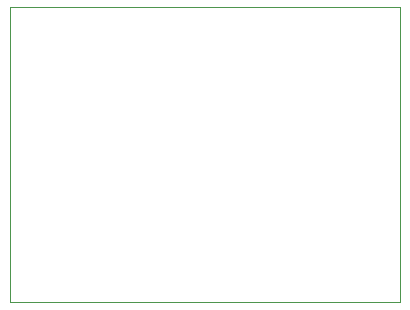
<source format=gm1>
G04 #@! TF.GenerationSoftware,KiCad,Pcbnew,(5.1.5)-3*
G04 #@! TF.CreationDate,2020-04-03T17:49:39+02:00*
G04 #@! TF.ProjectId,SM-Magnet,534d2d4d-6167-46e6-9574-2e6b69636164,rev?*
G04 #@! TF.SameCoordinates,Original*
G04 #@! TF.FileFunction,Profile,NP*
%FSLAX46Y46*%
G04 Gerber Fmt 4.6, Leading zero omitted, Abs format (unit mm)*
G04 Created by KiCad (PCBNEW (5.1.5)-3) date 2020-04-03 17:49:39*
%MOMM*%
%LPD*%
G04 APERTURE LIST*
%ADD10C,0.050000*%
G04 APERTURE END LIST*
D10*
X23000000Y-41500000D02*
X23000000Y-16500000D01*
X56000000Y-41500000D02*
X23000000Y-41500000D01*
X56000000Y-16500000D02*
X56000000Y-41500000D01*
X23000000Y-16500000D02*
X56000000Y-16500000D01*
M02*

</source>
